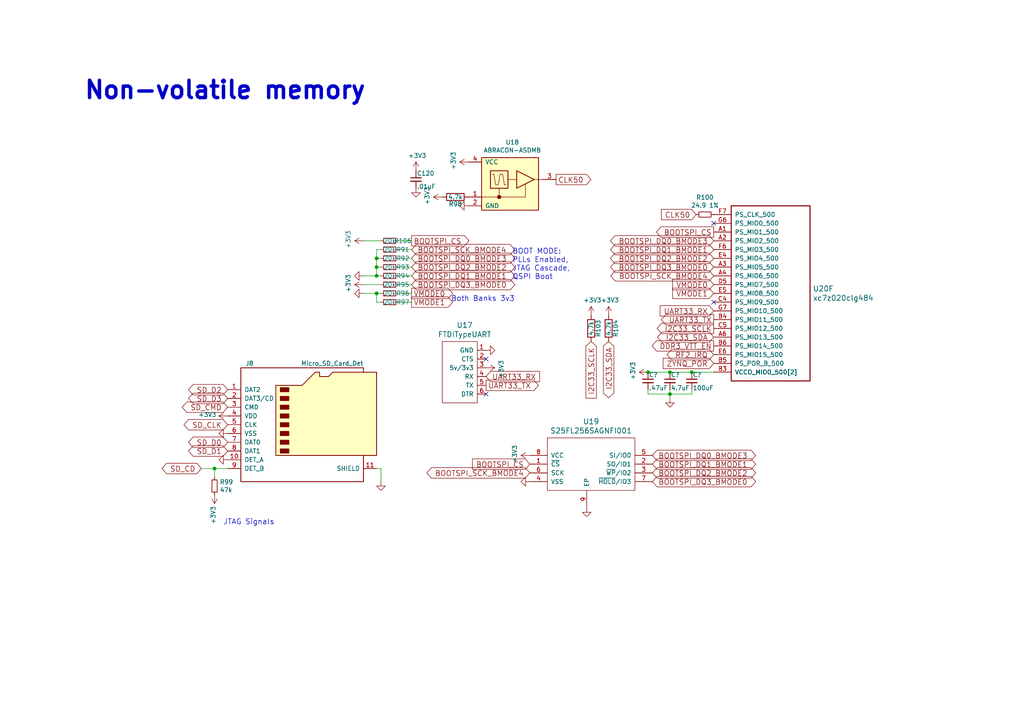
<source format=kicad_sch>
(kicad_sch (version 20230121) (generator eeschema)
  (paper "A4")
  (junction (at 109.22 85.09))
  (junction (at 109.22 74.93))
  (junction (at 200.66 107.95))
  (junction (at 194.31 107.95))
  (junction (at 109.22 80.01))
  (junction (at 194.31 114.3))
  (junction (at 62.23 135.89))
  (junction (at 187.96 107.95))
  (junction (at 109.22 77.47))
  (no_connect (at 140.97 104.14))
  (no_connect (at 207.01 64.77))
  (no_connect (at 207.01 87.63))
  (no_connect (at 140.97 114.3))
  (wire (pts (xy 109.22 80.01) (xy 110.49 80.01)))
  (wire (pts (xy 110.49 85.09) (xy 109.22 85.09)))
  (wire (pts (xy 115.57 69.85) (xy 119.38 69.85)))
  (wire (pts (xy 105.41 85.09) (xy 109.22 85.09)))
  (wire (pts (xy 109.22 72.39) (xy 109.22 74.93)))
  (wire (pts (xy 109.22 77.47) (xy 109.22 80.01)))
  (wire (pts (xy 194.31 114.3) (xy 194.31 115.57)))
  (wire (pts (xy 194.31 114.3) (xy 200.66 114.3)))
  (wire (pts (xy 110.49 87.63) (xy 109.22 87.63)))
  (wire (pts (xy 66.04 135.89) (xy 62.23 135.89)))
  (wire (pts (xy 119.38 72.39) (xy 115.57 72.39)))
  (wire (pts (xy 109.22 80.01) (xy 105.41 80.01)))
  (wire (pts (xy 194.31 107.95) (xy 200.66 107.95)))
  (wire (pts (xy 187.96 113.03) (xy 187.96 114.3)))
  (wire (pts (xy 119.38 77.47) (xy 115.57 77.47)))
  (wire (pts (xy 110.49 135.89) (xy 110.49 139.7)))
  (wire (pts (xy 110.49 77.47) (xy 109.22 77.47)))
  (wire (pts (xy 62.23 138.43) (xy 62.23 135.89)))
  (wire (pts (xy 187.96 107.95) (xy 194.31 107.95)))
  (wire (pts (xy 119.38 74.93) (xy 115.57 74.93)))
  (wire (pts (xy 200.66 114.3) (xy 200.66 113.03)))
  (wire (pts (xy 207.01 107.95) (xy 200.66 107.95)))
  (wire (pts (xy 119.38 87.63) (xy 115.57 87.63)))
  (wire (pts (xy 110.49 74.93) (xy 109.22 74.93)))
  (wire (pts (xy 187.96 114.3) (xy 194.31 114.3)))
  (wire (pts (xy 109.22 87.63) (xy 109.22 85.09)))
  (wire (pts (xy 119.38 85.09) (xy 115.57 85.09)))
  (wire (pts (xy 119.38 82.55) (xy 115.57 82.55)))
  (wire (pts (xy 110.49 72.39) (xy 109.22 72.39)))
  (wire (pts (xy 110.49 69.85) (xy 105.41 69.85)))
  (wire (pts (xy 62.23 135.89) (xy 58.42 135.89)))
  (wire (pts (xy 109.22 135.89) (xy 110.49 135.89)))
  (wire (pts (xy 194.31 114.3) (xy 194.31 113.03)))
  (wire (pts (xy 119.38 80.01) (xy 115.57 80.01)))
  (wire (pts (xy 105.41 82.55) (xy 110.49 82.55)))
  (wire (pts (xy 109.22 74.93) (xy 109.22 77.47)))
  (text "Non-volatile memory" (at 24.13 29.21 0) (effects (font (size 5.0038 5.0038) (thickness 1.0008) bold) (justify left bottom)))
  (text "BOOT MODE:\nPLLs Enabled, \nJTAG Cascade,\nQSPI Boot" (at 148.59 81.28 0) (effects (font (size 1.524 1.524)) (justify left bottom)))
  (text "Both Banks 3v3" (at 130.81 87.63 0) (effects (font (size 1.524 1.524)) (justify left bottom)))
  (text "JTAG Signals" (at 64.77 152.4 0) (effects (font (size 1.524 1.524)) (justify left bottom)))
  (global_label "BOOTSPI_DQ3_BMODE0" (shape bidirectional) (at 119.38 82.55 0) (effects (font (size 1.524 1.524))) (property "Intersheetrefs" "${INTERSHEET_REFS}" (effects hide)))
  (global_label "DDR3_VTT_EN" (shape output) (at 207.01 100.33 180) (effects (font (size 1.524 1.524))) (property "Intersheetrefs" "${INTERSHEET_REFS}" (effects hide)))
  (global_label "CLK50" (shape input) (at 201.93 62.23 180) (effects (font (size 1.524 1.524))) (property "Intersheetrefs" "${INTERSHEET_REFS}" (effects hide)))
  (global_label "BOOTSPI_SCK_BMODE4" (shape bidirectional) (at 207.01 80.01 180) (effects (font (size 1.524 1.524))) (property "Intersheetrefs" "${INTERSHEET_REFS}" (effects hide)))
  (global_label "BOOTSPI_DQ1_BMODE1" (shape bidirectional) (at 207.01 72.39 180) (effects (font (size 1.524 1.524))) (property "Intersheetrefs" "${INTERSHEET_REFS}" (effects hide)))
  (global_label "UART33_TX" (shape output) (at 207.01 92.71 180) (effects (font (size 1.524 1.524))) (property "Intersheetrefs" "${INTERSHEET_REFS}" (effects hide)))
  (global_label "I2C33_SDA" (shape bidirectional) (at 207.01 97.79 180) (effects (font (size 1.524 1.524))) (property "Intersheetrefs" "${INTERSHEET_REFS}" (effects hide)))
  (global_label "VMODE0" (shape output) (at 119.38 85.09 0) (effects (font (size 1.524 1.524))) (property "Intersheetrefs" "${INTERSHEET_REFS}" (effects hide)))
  (global_label "SD_D2" (shape bidirectional) (at 66.04 113.03 180) (effects (font (size 1.524 1.524))) (property "Intersheetrefs" "${INTERSHEET_REFS}" (effects hide)))
  (global_label "BOOTSPI_DQ0_BMODE3" (shape bidirectional) (at 207.01 69.85 180) (effects (font (size 1.524 1.524))) (property "Intersheetrefs" "${INTERSHEET_REFS}" (effects hide)))
  (global_label "BOOTSPI_CS" (shape output) (at 119.38 69.85 0) (effects (font (size 1.524 1.524))) (property "Intersheetrefs" "${INTERSHEET_REFS}" (effects hide)))
  (global_label "BOOTSPI_CS" (shape output) (at 207.01 67.31 180) (effects (font (size 1.524 1.524))) (property "Intersheetrefs" "${INTERSHEET_REFS}" (effects hide)))
  (global_label "CLK50" (shape output) (at 161.29 52.07 0) (effects (font (size 1.524 1.524))) (property "Intersheetrefs" "${INTERSHEET_REFS}" (effects hide)))
  (global_label "BOOTSPI_CS" (shape input) (at 153.67 134.62 180) (effects (font (size 1.524 1.524))) (property "Intersheetrefs" "${INTERSHEET_REFS}" (effects hide)))
  (global_label "BOOTSPI_DQ2_BMODE2" (shape bidirectional) (at 189.23 137.16 0) (effects (font (size 1.524 1.524))) (property "Intersheetrefs" "${INTERSHEET_REFS}" (effects hide)))
  (global_label "BOOTSPI_DQ1_BMODE1" (shape bidirectional) (at 119.38 80.01 0) (effects (font (size 1.524 1.524))) (property "Intersheetrefs" "${INTERSHEET_REFS}" (effects hide)))
  (global_label "BOOTSPI_DQ3_BMODE0" (shape bidirectional) (at 189.23 139.7 0) (effects (font (size 1.524 1.524))) (property "Intersheetrefs" "${INTERSHEET_REFS}" (effects hide)))
  (global_label "ZYNQ_POR" (shape input) (at 207.01 105.41 180) (effects (font (size 1.524 1.524))) (property "Intersheetrefs" "${INTERSHEET_REFS}" (effects hide)))
  (global_label "RF2_IRQ" (shape bidirectional) (at 207.01 102.87 180) (effects (font (size 1.524 1.524))) (property "Intersheetrefs" "${INTERSHEET_REFS}" (effects hide)))
  (global_label "VMODE1" (shape input) (at 207.01 85.09 180) (effects (font (size 1.524 1.524))) (property "Intersheetrefs" "${INTERSHEET_REFS}" (effects hide)))
  (global_label "BOOTSPI_DQ2_BMODE2" (shape bidirectional) (at 119.38 77.47 0) (effects (font (size 1.524 1.524))) (property "Intersheetrefs" "${INTERSHEET_REFS}" (effects hide)))
  (global_label "SD_D0" (shape bidirectional) (at 66.04 128.27 180) (effects (font (size 1.524 1.524))) (property "Intersheetrefs" "${INTERSHEET_REFS}" (effects hide)))
  (global_label "BOOTSPI_DQ1_BMODE1" (shape bidirectional) (at 189.23 134.62 0) (effects (font (size 1.524 1.524))) (property "Intersheetrefs" "${INTERSHEET_REFS}" (effects hide)))
  (global_label "UART33_TX" (shape output) (at 140.97 111.76 0) (effects (font (size 1.524 1.524))) (property "Intersheetrefs" "${INTERSHEET_REFS}" (effects hide)))
  (global_label "BOOTSPI_SCK_BMODE4" (shape bidirectional) (at 153.67 137.16 180) (effects (font (size 1.524 1.524))) (property "Intersheetrefs" "${INTERSHEET_REFS}" (effects hide)))
  (global_label "SD_D1" (shape bidirectional) (at 66.04 130.81 180) (effects (font (size 1.524 1.524))) (property "Intersheetrefs" "${INTERSHEET_REFS}" (effects hide)))
  (global_label "SD_CMD" (shape bidirectional) (at 66.04 118.11 180) (effects (font (size 1.524 1.524))) (property "Intersheetrefs" "${INTERSHEET_REFS}" (effects hide)))
  (global_label "I2C33_SCLK" (shape output) (at 207.01 95.25 180) (effects (font (size 1.524 1.524))) (property "Intersheetrefs" "${INTERSHEET_REFS}" (effects hide)))
  (global_label "VMODE1" (shape output) (at 119.38 87.63 0) (effects (font (size 1.524 1.524))) (property "Intersheetrefs" "${INTERSHEET_REFS}" (effects hide)))
  (global_label "VMODE0" (shape input) (at 207.01 82.55 180) (effects (font (size 1.524 1.524))) (property "Intersheetrefs" "${INTERSHEET_REFS}" (effects hide)))
  (global_label "UART33_RX" (shape input) (at 140.97 109.22 0) (effects (font (size 1.524 1.524))) (property "Intersheetrefs" "${INTERSHEET_REFS}" (effects hide)))
  (global_label "BOOTSPI_DQ0_BMODE3" (shape bidirectional) (at 119.38 74.93 0) (effects (font (size 1.524 1.524))) (property "Intersheetrefs" "${INTERSHEET_REFS}" (effects hide)))
  (global_label "BOOTSPI_DQ0_BMODE3" (shape bidirectional) (at 189.23 132.08 0) (effects (font (size 1.524 1.524))) (property "Intersheetrefs" "${INTERSHEET_REFS}" (effects hide)))
  (global_label "BOOTSPI_DQ2_BMODE2" (shape bidirectional) (at 207.01 74.93 180) (effects (font (size 1.524 1.524))) (property "Intersheetrefs" "${INTERSHEET_REFS}" (effects hide)))
  (global_label "BOOTSPI_SCK_BMODE4" (shape bidirectional) (at 119.38 72.39 0) (effects (font (size 1.524 1.524))) (property "Intersheetrefs" "${INTERSHEET_REFS}" (effects hide)))
  (global_label "I2C33_SCLK" (shape input) (at 171.45 99.06 270) (effects (font (size 1.524 1.524))) (property "Intersheetrefs" "${INTERSHEET_REFS}" (effects hide)))
  (global_label "UART33_RX" (shape input) (at 207.01 90.17 180) (effects (font (size 1.524 1.524))) (property "Intersheetrefs" "${INTERSHEET_REFS}" (effects hide)))
  (global_label "SD_D3" (shape bidirectional) (at 66.04 115.57 180) (effects (font (size 1.524 1.524))) (property "Intersheetrefs" "${INTERSHEET_REFS}" (effects hide)))
  (global_label "BOOTSPI_DQ3_BMODE0" (shape bidirectional) (at 207.01 77.47 180) (effects (font (size 1.524 1.524))) (property "Intersheetrefs" "${INTERSHEET_REFS}" (effects hide)))
  (global_label "I2C33_SDA" (shape bidirectional) (at 176.53 99.06 270) (effects (font (size 1.524 1.524))) (property "Intersheetrefs" "${INTERSHEET_REFS}" (effects hide)))
  (global_label "SD_CD" (shape bidirectional) (at 58.42 135.89 180) (effects (font (size 1.524 1.524))) (property "Intersheetrefs" "${INTERSHEET_REFS}" (effects hide)))
  (global_label "SD_CLK" (shape bidirectional) (at 66.04 123.19 180) (effects (font (size 1.524 1.524))) (property "Intersheetrefs" "${INTERSHEET_REFS}" (effects hide)))
  (symbol (lib_id "DFTBoard-rescue:Micro_SD_Card_Det-") (at 88.9 123.19 0) (unit 1)
    (property "Reference" "J8" (at 72.39 105.41 0))
    (property "Value" "Micro_SD_Card_Det" (at 105.41 105.41 0) (effects (justify right)))
    (property "Footprint" "DFTcustom:AMPHENOL-114-00841-68" (effects hide))
    (property "MFR" "Amphenol ICC" (effects hide))
    (property "MPN" "114-00841-68" (effects hide))
    (property "SPR" "Digikey" (effects hide))
    (property "SPN" "114-00841-68-1-ND" (effects hide))
    (property "SPURL" "-" (effects hide))
    (instances (project "DFTBoard" (path "" (reference "J8") (unit 1)) (path "" (reference "J?") (unit 1))))
  )
  (symbol (lib_id "power:GND") (at 66.04 125.73 270) (unit 1)
    (property "Reference" "#PWR0202" (effects hide))
    (property "Value" "GND" (effects hide))
    (instances (project "DFTBoard" (path "" (reference "#PWR0202") (unit 1)) (path "" (reference "#PWR?") (unit 1))))
  )
  (symbol (lib_id "power:GND") (at 110.49 139.7 0) (unit 1)
    (property "Reference" "#PWR0206" (effects hide))
    (property "Value" "GND" (effects hide))
    (instances (project "DFTBoard" (path "" (reference "#PWR0206") (unit 1)) (path "" (reference "#PWR?") (unit 1))))
  )
  (symbol (lib_id "power:GND") (at 66.04 133.35 270) (unit 1)
    (property "Reference" "#PWR0203" (effects hide))
    (property "Value" "GND" (effects hide))
    (instances (project "DFTBoard" (path "" (reference "#PWR0203") (unit 1)) (path "" (reference "#PWR?") (unit 1))))
  )
  (symbol (lib_id "power:+3V3") (at 66.04 120.65 90) (unit 1)
    (property "Reference" "#PWR0201" (effects hide))
    (property "Value" "+3.3V" (at 62.7888 120.269 90) (effects (justify left)))
    (instances (project "DFTBoard" (path "" (reference "#PWR0201") (unit 1)) (path "" (reference "#PWR?") (unit 1))))
  )
  (symbol (lib_id "Device:C_Small") (at 200.66 110.49 0) (unit 1)
    (property "Reference" "C?" (at 200.914 108.712 0) (effects (justify left)))
    (property "Value" "100uF" (at 200.914 112.522 0) (effects (justify left)))
    (property "Footprint" "Capacitor_SMD:C_1210_3225Metric" (effects hide))
    (property "MFR" "TAIYO YUDEN" (effects hide))
    (property "MPN" "JMK325ABJ107MM-P" (effects hide))
    (property "SPR" "Digikey" (effects hide))
    (property "SPN" "587-4313-1-ND" (effects hide))
    (instances (project "DFTBoard" (path "" (reference "C?") (unit 1)) (path "" (reference "C?") (unit 1)) (path "" (reference "C123") (unit 1))))
  )
  (symbol (lib_id "Device:C_Small") (at 187.96 110.49 0) (unit 1)
    (property "Reference" "C?" (at 188.214 108.712 0) (effects (justify left)))
    (property "Value" ".47uF" (at 188.214 112.522 0) (effects (justify left)))
    (property "Footprint" "Capacitor_SMD:C_0402_1005Metric" (effects hide))
    (property "MFR" "Yageo" (effects hide))
    (property "MPN" "CC0402KRX5R5BB474" (effects hide))
    (property "SPR" "Digikey" (effects hide))
    (property "SPN" "311-1684-1-ND" (effects hide))
    (instances (project "DFTBoard" (path "" (reference "C?") (unit 1)) (path "" (reference "C?") (unit 1)) (path "" (reference "C121") (unit 1))))
  )
  (symbol (lib_id "Device:C_Small") (at 194.31 110.49 0) (unit 1)
    (property "Reference" "C?" (at 194.564 108.712 0) (effects (justify left)))
    (property "Value" "4.7uF" (at 194.564 112.522 0) (effects (justify left)))
    (property "Footprint" "Capacitor_SMD:C_0402_1005Metric" (effects hide))
    (property "MFR" "Murata" (effects hide))
    (property "MPN" "GRM155R60G475ME47D" (effects hide))
    (property "SPR" "Digikey" (effects hide))
    (property "SPN" "490-11980-1-ND" (effects hide))
    (instances (project "DFTBoard" (path "" (reference "C?") (unit 1)) (path "" (reference "C?") (unit 1)) (path "" (reference "C122") (unit 1))))
  )
  (symbol (lib_id "power:GND") (at 194.31 115.57 0) (unit 1)
    (property "Reference" "#PWR?" (effects hide))
    (property "Value" "GND" (effects hide))
    (instances (project "DFTBoard" (path "" (reference "#PWR?") (unit 1)) (path "" (reference "#PWR?") (unit 1)) (path "" (reference "#PWR0205") (unit 1))))
  )
  (symbol (lib_id "power:+3V3") (at 187.96 107.95 90) (unit 1)
    (property "Reference" "#PWR0204" (effects hide))
    (property "Value" "+3.3V" (at 183.5658 107.569 0))
    (instances (project "DFTBoard" (path "" (reference "#PWR0204") (unit 1)) (path "" (reference "#PWR?") (unit 1))))
  )
  (symbol (lib_id "Device:R_Small") (at 62.23 140.97 180) (unit 1)
    (property "Reference" "R99" (at 63.7286 139.8016 0) (effects (justify right)))
    (property "Value" "47k" (at 63.7286 142.113 0) (effects (justify right)))
    (property "Footprint" "Resistor_SMD:R_0402_1005Metric" (effects hide))
    (property "MFR" "Yageo" (effects hide))
    (property "MPN" "RC0402FR-0747KL" (effects hide))
    (property "SPR" "Digikey" (effects hide))
    (property "SPN" "311-47.0KLRTR-ND" (effects hide))
    (property "SPURL" "-" (effects hide))
    (instances (project "DFTBoard" (path "" (reference "R99") (unit 1)) (path "" (reference "R?") (unit 1))))
  )
  (symbol (lib_id "power:+3V3") (at 62.23 143.51 180) (unit 1)
    (property "Reference" "#PWR0200" (effects hide))
    (property "Value" "+3.3V" (at 61.849 146.7612 90) (effects (justify left)))
    (instances (project "DFTBoard" (path "" (reference "#PWR0200") (unit 1)) (path "" (reference "#PWR?") (unit 1))))
  )
  (symbol (lib_id "Device:R_Small") (at 113.03 85.09 270) (unit 1)
    (property "Reference" "R96" (at 116.84 85.09 90))
    (property "Value" "20k" (at 113.03 85.09 90))
    (property "Footprint" "Resistor_SMD:R_0402_1005Metric" (effects hide))
    (property "MFR" "Yageo" (effects hide))
    (property "MPN" "RT0402BRD0720KL" (effects hide))
    (property "SPR" "Digikey" (effects hide))
    (property "SPN" "YAG1388CT-ND" (effects hide))
    (property "SPURL" "-" (effects hide))
    (instances (project "DFTBoard" (path "" (reference "R96") (unit 1)) (path "" (reference "R?") (unit 1))))
  )
  (symbol (lib_id "Device:R_Small") (at 113.03 87.63 270) (unit 1)
    (property "Reference" "R97" (at 116.84 87.63 90))
    (property "Value" "20k" (at 113.03 87.63 90))
    (property "Footprint" "Resistor_SMD:R_0402_1005Metric" (effects hide))
    (property "MFR" "Yageo" (effects hide))
    (property "MPN" "RT0402BRD0720KL" (effects hide))
    (property "SPR" "Digikey" (effects hide))
    (property "SPN" "YAG1388CT-ND" (effects hide))
    (property "SPURL" "-" (effects hide))
    (instances (project "DFTBoard" (path "" (reference "R97") (unit 1)) (path "" (reference "R?") (unit 1))))
  )
  (symbol (lib_id "power:GND") (at 105.41 85.09 270) (unit 1)
    (property "Reference" "#PWR0190" (effects hide))
    (property "Value" "GND" (effects hide))
    (instances (project "DFTBoard" (path "" (reference "#PWR0190") (unit 1)) (path "" (reference "#PWR?") (unit 1))))
  )
  (symbol (lib_id "Device:R_Small") (at 113.03 82.55 270) (unit 1)
    (property "Reference" "R95" (at 116.84 82.55 90))
    (property "Value" "20k" (at 113.03 82.55 90))
    (property "Footprint" "Resistor_SMD:R_0402_1005Metric" (effects hide))
    (property "MFR" "Yageo" (effects hide))
    (property "MPN" "RT0402BRD0720KL" (effects hide))
    (property "SPR" "Digikey" (effects hide))
    (property "SPN" "YAG1388CT-ND" (effects hide))
    (property "SPURL" "-" (effects hide))
    (instances (project "DFTBoard" (path "" (reference "R95") (unit 1)) (path "" (reference "R?") (unit 1))))
  )
  (symbol (lib_id "Device:R_Small") (at 113.03 72.39 270) (unit 1)
    (property "Reference" "R91" (at 116.84 72.39 90))
    (property "Value" "20k" (at 113.03 72.39 90))
    (property "Footprint" "Resistor_SMD:R_0402_1005Metric" (effects hide))
    (property "MFR" "Yageo" (effects hide))
    (property "MPN" "RT0402BRD0720KL" (effects hide))
    (property "SPR" "Digikey" (effects hide))
    (property "SPN" "YAG1388CT-ND" (effects hide))
    (property "SPURL" "-" (effects hide))
    (instances (project "DFTBoard" (path "" (reference "R91") (unit 1)) (path "" (reference "R?") (unit 1))))
  )
  (symbol (lib_id "Device:R_Small") (at 113.03 74.93 270) (unit 1)
    (property "Reference" "R92" (at 116.84 74.93 90))
    (property "Value" "20k" (at 113.03 74.93 90))
    (property "Footprint" "Resistor_SMD:R_0402_1005Metric" (effects hide))
    (property "MFR" "Yageo" (effects hide))
    (property "MPN" "RT0402BRD0720KL" (effects hide))
    (property "SPR" "Digikey" (effects hide))
    (property "SPN" "YAG1388CT-ND" (effects hide))
    (property "SPURL" "-" (effects hide))
    (instances (project "DFTBoard" (path "" (reference "R92") (unit 1)) (path "" (reference "R?") (unit 1))))
  )
  (symbol (lib_id "Device:R_Small") (at 113.03 77.47 270) (unit 1)
    (property "Reference" "R93" (at 116.84 77.47 90))
    (property "Value" "20k" (at 113.03 77.47 90))
    (property "Footprint" "Resistor_SMD:R_0402_1005Metric" (effects hide))
    (property "MFR" "Yageo" (effects hide))
    (property "MPN" "RT0402BRD0720KL" (effects hide))
    (property "SPR" "Digikey" (effects hide))
    (property "SPN" "YAG1388CT-ND" (effects hide))
    (property "SPURL" "-" (effects hide))
    (instances (project "DFTBoard" (path "" (reference "R93") (unit 1)) (path "" (reference "R?") (unit 1))))
  )
  (symbol (lib_id "Device:R_Small") (at 113.03 80.01 270) (unit 1)
    (property "Reference" "R94" (at 116.84 80.01 90))
    (property "Value" "20k" (at 113.03 80.01 90))
    (property "Footprint" "Resistor_SMD:R_0402_1005Metric" (effects hide))
    (property "MFR" "Yageo" (effects hide))
    (property "MPN" "RT0402BRD0720KL" (effects hide))
    (property "SPR" "Digikey" (effects hide))
    (property "SPN" "YAG1388CT-ND" (effects hide))
    (property "SPURL" "-" (effects hide))
    (instances (project "DFTBoard" (path "" (reference "R94") (unit 1)) (path "" (reference "R?") (unit 1))))
  )
  (symbol (lib_id "power:+3V3") (at 105.41 82.55 90) (unit 1)
    (property "Reference" "#PWR0189" (effects hide))
    (property "Value" "+3.3V" (at 101.0158 82.169 0))
    (instances (project "DFTBoard" (path "" (reference "#PWR0189") (unit 1)) (path "" (reference "#PWR?") (unit 1))))
  )
  (symbol (lib_id "DFTBoard-rescue:S25FL256SAGNFI001-parts") (at 171.45 134.62 0) (unit 1)
    (property "Reference" "U19" (at 171.45 122.2502 0) (effects (font (size 1.524 1.524))))
    (property "Value" "S25FL256SAGNFI001" (at 171.45 124.9426 0) (effects (font (size 1.524 1.524))))
    (property "Footprint" "Package_SON:WSON-8-1EP_8x6mm_P1.27mm_EP3.4x4.3mm" (effects hide))
    (property "MFR" "Cypress" (effects hide))
    (property "MPN" "S25FL256SAGNFI001" (effects hide))
    (property "SPR" "Digikey" (effects hide))
    (property "SPN" "1274-1005-ND" (effects hide))
    (property "SPURL" "-" (effects hide))
    (instances (project "DFTBoard" (path "" (reference "U19") (unit 1)) (path "" (reference "U?") (unit 1))))
  )
  (symbol (lib_id "power:+3V3") (at 153.67 132.08 90) (unit 1)
    (property "Reference" "#PWR0198" (effects hide))
    (property "Value" "+3.3V" (at 149.2758 131.699 0))
    (instances (project "DFTBoard" (path "" (reference "#PWR0198") (unit 1)) (path "" (reference "#PWR?") (unit 1))))
  )
  (symbol (lib_id "power:GND") (at 153.67 139.7 270) (unit 1)
    (property "Reference" "#PWR0199" (effects hide))
    (property "Value" "GND" (effects hide))
    (instances (project "DFTBoard" (path "" (reference "#PWR0199") (unit 1)) (path "" (reference "#PWR?") (unit 1))))
  )
  (symbol (lib_id "Abracon:ABRACON-ASDMB") (at 148.59 52.07 0) (unit 1)
    (property "Reference" "U18" (at 148.59 41.275 0))
    (property "Value" "ABRACON-ASDMB" (at 148.59 43.5864 0))
    (property "Footprint" "XTAL_ASDMB-24.000MHZ-LC-T:XTAL_ASDMB-24.000MHZ-LC-T" (effects hide))
    (property "Datasheet" "http://www.abracon.com/Oscillators/ASDMB.pdf" (effects hide))
    (property "Manuf" "Abracon" (effects hide))
    (property "MPN" "ASDMB-50.000MHZ-LC-T" (effects hide))
    (property "MFR" "Abracon LLC" (effects hide))
    (property "SPR" "Digikey" (effects hide))
    (property "SPN" "535-11738-2-ND" (effects hide))
    (property "SPURL" "-" (effects hide))
  )
  (symbol (lib_id "power:GND") (at 135.89 59.69 270) (unit 1)
    (property "Reference" "#PWR?" (effects hide))
    (property "Value" "GND" (effects hide))
    (instances (project "DFTBoard" (path "" (reference "#PWR?") (unit 1)) (path "" (reference "#PWR?") (unit 1)) (path "" (reference "#PWR0195") (unit 1))))
  )
  (symbol (lib_id "power:+3V3") (at 135.89 46.99 90) (unit 1)
    (property "Reference" "#PWR0194" (effects hide))
    (property "Value" "+3.3V" (at 131.4958 46.609 0))
    (instances (project "DFTBoard" (path "" (reference "#PWR0194") (unit 1)) (path "" (reference "#PWR?") (unit 1))))
  )
  (symbol (lib_id "Device:C_Small") (at 120.65 52.07 0) (unit 1)
    (property "Reference" "C120" (at 120.904 50.292 0) (effects (justify left)))
    (property "Value" ".01uF" (at 120.904 54.102 0) (effects (justify left)))
    (property "Footprint" "Capacitor_SMD:C_0402_1005Metric" (effects hide))
    (property "MFR" "Murata" (effects hide))
    (property "SPR" "Digikey" (effects hide))
    (property "MPN" "GRM155R71H103KA88J" (effects hide))
    (property "SPN" "490-6351-1-ND" (effects hide))
    (property "SPURL" "-" (effects hide))
    (instances (project "DFTBoard" (path "" (reference "C120") (unit 1)) (path "" (reference "C?") (unit 1))))
  )
  (symbol (lib_id "power:+3V3") (at 120.65 49.53 0) (unit 1)
    (property "Reference" "#PWR0191" (effects hide))
    (property "Value" "+3.3V" (at 121.031 45.1358 0))
    (instances (project "DFTBoard" (path "" (reference "#PWR0191") (unit 1)) (path "" (reference "#PWR?") (unit 1))))
  )
  (symbol (lib_id "power:GND") (at 120.65 54.61 0) (unit 1)
    (property "Reference" "#PWR?" (effects hide))
    (property "Value" "GND" (effects hide))
    (instances (project "DFTBoard" (path "" (reference "#PWR?") (unit 1)) (path "" (reference "#PWR?") (unit 1)) (path "" (reference "#PWR0192") (unit 1))))
  )
  (symbol (lib_id "Device:R_Small") (at 204.47 62.23 270) (unit 1)
    (property "Reference" "R100" (at 204.47 57.2516 90))
    (property "Value" "24.9 1%" (at 204.47 59.563 90))
    (property "Footprint" "Resistor_SMD:R_0402_1005Metric" (effects hide))
    (property "MFR" "Yageo" (effects hide))
    (property "MPN" "RC0402FR-0724K9L" (effects hide))
    (property "SPR" "Digikey" (effects hide))
    (property "SPN" "311-24.9KLRTR-ND" (effects hide))
    (property "SPURL" "-" (effects hide))
  )
  (symbol (lib_id "Device:R") (at 132.08 57.15 270) (unit 1)
    (property "Reference" "R98" (at 132.08 59.182 90))
    (property "Value" "4.7k" (at 132.08 57.15 90))
    (property "Footprint" "Resistor_SMD:R_0402_1005Metric" (effects hide))
    (property "MFR" "Yageo" (effects hide))
    (property "MPN" "RC0402JR-074K7L" (effects hide))
    (property "SPR" "Digikey" (effects hide))
    (property "SPN" "311-4.7KJRCT-ND" (effects hide))
    (instances (project "DFTBoard" (path "" (reference "R98") (unit 1)) (path "" (reference "R?") (unit 1))))
  )
  (symbol (lib_id "power:+3V3") (at 128.27 57.15 90) (unit 1)
    (property "Reference" "#PWR0193" (effects hide))
    (property "Value" "+3.3V" (at 123.8758 56.769 0))
    (instances (project "DFTBoard" (path "" (reference "#PWR0193") (unit 1)) (path "" (reference "#PWR?") (unit 1))))
  )
  (symbol (lib_id "DFTCustom:FTDITypeUART") (at 133.35 109.22 0) (unit 1)
    (property "Reference" "U17" (at 134.7724 94.3102 0) (effects (font (size 1.524 1.524))))
    (property "Value" "FTDITypeUART" (at 134.7724 97.0026 0) (effects (font (size 1.524 1.524))))
    (property "Footprint" "DFTcustom:FTDI_CONN" (effects hide))
    (property "MFR" "DNS" (effects hide))
    (property "MPN" "-" (effects hide))
    (property "SPR" "-" (effects hide))
    (property "SPN" "-" (effects hide))
    (property "SPURL" "-" (effects hide))
  )
  (symbol (lib_id "power:GND") (at 140.97 101.6 90) (unit 1)
    (property "Reference" "#PWR?" (effects hide))
    (property "Value" "GND" (effects hide))
    (instances (project "DFTBoard" (path "" (reference "#PWR?") (unit 1)) (path "" (reference "#PWR?") (unit 1)) (path "" (reference "#PWR0196") (unit 1))))
  )
  (symbol (lib_id "power:+3V3") (at 140.97 106.68 270) (unit 1)
    (property "Reference" "#PWR0197" (effects hide))
    (property "Value" "+3.3V" (at 145.3642 107.061 0))
    (instances (project "DFTBoard" (path "" (reference "#PWR0197") (unit 1)) (path "" (reference "#PWR?") (unit 1))))
  )
  (symbol (lib_id "xilinx7:xc7z020clg484") (at 207.01 62.23 0) (unit 6)
    (property "Reference" "U20" (at 235.7374 83.7438 0) (effects (font (size 1.524 1.524)) (justify left)))
    (property "Value" "xc7z020clg484" (at 235.7374 86.4362 0) (effects (font (size 1.524 1.524)) (justify left)))
    (property "Footprint" "DFTcustom:BGA-484_19.0x19.0mm_Layout22x22_P0.80mm_dia0.40mm" (effects hide))
    (property "MFR" "Xilinx" (effects hide))
    (property "MPN" "XC7Z020-1CLG484C" (effects hide))
    (property "SPR" "Digikey" (effects hide))
    (property "SPN" "122-1850-ND" (effects hide))
    (property "SPURL" "-" (effects hide))
  )
  (symbol (lib_id "Device:R") (at 171.45 95.25 0) (unit 1)
    (property "Reference" "R103" (at 173.482 95.25 90))
    (property "Value" "4.7k" (at 171.45 95.25 90))
    (property "Footprint" "Resistor_SMD:R_0402_1005Metric" (effects hide))
    (property "MFR" "Yageo" (effects hide))
    (property "MPN" "RC0402JR-074K7L" (effects hide))
    (property "SPR" "Digikey" (effects hide))
    (property "SPN" "311-4.7KJRCT-ND" (effects hide))
    (instances (project "DFTBoard" (path "" (reference "R103") (unit 1)) (path "" (reference "R?") (unit 1)) (path "" (reference "R?") (unit 1)) (path "" (reference "R?") (unit 1))))
  )
  (symbol (lib_id "Device:R") (at 176.53 95.25 0) (unit 1)
    (property "Reference" "R104" (at 178.562 95.25 90))
    (property "Value" "4.7k" (at 176.53 95.25 90))
    (property "Footprint" "Resistor_SMD:R_0402_1005Metric" (effects hide))
    (property "MFR" "Yageo" (effects hide))
    (property "MPN" "RC0402JR-074K7L" (effects hide))
    (property "SPR" "Digikey" (effects hide))
    (property "SPN" "311-4.7KJRCT-ND" (effects hide))
    (instances (project "DFTBoard" (path "" (reference "R104") (unit 1)) (path "" (reference "R?") (unit 1)) (path "" (reference "R?") (unit 1)) (path "" (reference "R?") (unit 1))))
  )
  (symbol (lib_id "power:+3V3") (at 171.45 91.44 0) (unit 1)
    (property "Reference" "#PWR0230" (effects hide))
    (property "Value" "+3.3V" (at 171.831 87.0458 0))
    (instances (project "DFTBoard" (path "" (reference "#PWR0230") (unit 1)) (path "" (reference "#PWR?") (unit 1))))
  )
  (symbol (lib_id "power:+3V3") (at 176.53 91.44 0) (unit 1)
    (property "Reference" "#PWR0231" (effects hide))
    (property "Value" "+3.3V" (at 176.911 87.0458 0))
    (instances (project "DFTBoard" (path "" (reference "#PWR0231") (unit 1)) (path "" (reference "#PWR?") (unit 1))))
  )
  (symbol (lib_id "power:GND") (at 105.41 80.01 270) (unit 1)
    (property "Reference" "#PWR0343" (effects hide))
    (property "Value" "GND" (effects hide))
    (instances (project "DFTBoard" (path "" (reference "#PWR0343") (unit 1)) (path "" (reference "#PWR?") (unit 1))))
  )
  (symbol (lib_id "Device:R_Small") (at 113.03 69.85 270) (unit 1)
    (property "Reference" "R106" (at 116.84 69.85 90))
    (property "Value" "20k" (at 113.03 69.85 90))
    (property "Footprint" "Resistor_SMD:R_0402_1005Metric" (effects hide))
    (property "MFR" "Yageo" (effects hide))
    (property "MPN" "RT0402BRD0720KL" (effects hide))
    (property "SPR" "Digikey" (effects hide))
    (property "SPN" "YAG1388CT-ND" (effects hide))
    (property "SPURL" "-" (effects hide))
    (instances (project "DFTBoard" (path "" (reference "R106") (unit 1)) (path "" (reference "R?") (unit 1))))
  )
  (symbol (lib_id "power:+3V3") (at 105.41 69.85 90) (unit 1)
    (property "Reference" "#PWR0356" (effects hide))
    (property "Value" "+3.3V" (at 101.0158 69.469 0))
    (instances (project "DFTBoard" (path "" (reference "#PWR0356") (unit 1)) (path "" (reference "#PWR?") (unit 1))))
  )
  (symbol (lib_id "power:GND") (at 170.18 147.32 0) (unit 1)
    (property "Reference" "#PWR?" (effects hide))
    (property "Value" "GND" (effects hide))
    (instances (project "DFTBoard" (path "" (reference "#PWR?") (unit 1)) (path "" (reference "#PWR?") (unit 1)) (path "" (reference "#PWR0357") (unit 1))))
  )
)
</source>
